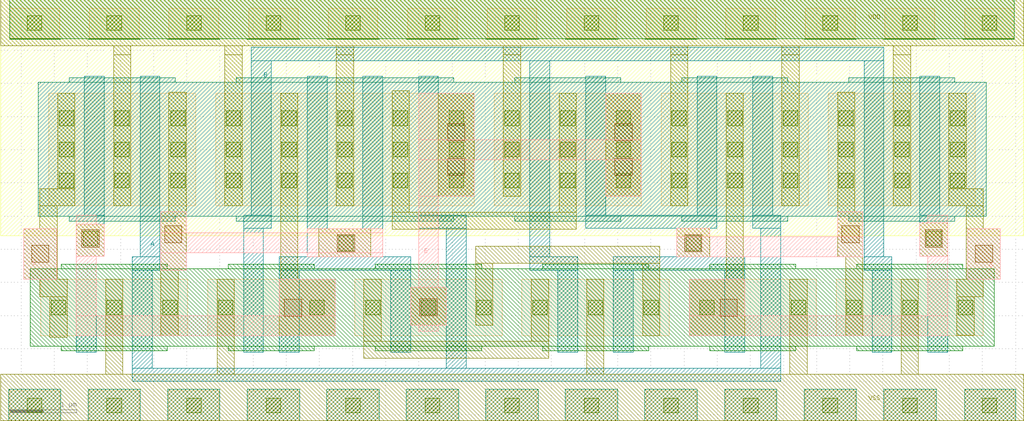
<source format=lef>
  X é 	   0 é 	   0  LIB  >A7KÆ§ð9D¸/ ZT é 	   0 é 	   0  gf180mcu_gp9t3v3__comp2_1         ,ÿÿÊ ÿÿÊ mÿÿA mÿÿA ÿÿÊ           ,ÿÿ
 )ÿÿ
 ëÿÿô ëÿÿô )ÿÿ
 )          ,ÿÿ¶ )ÿÿ¶ ëÿÿ¤ ëÿÿ¤ )ÿÿ¶ )          ,ÿÿf )ÿÿf ëÿÿT ëÿÿT )ÿÿf )          ,ÿÿ )ÿÿ ëÿÿ ëÿÿ )ÿÿ )          ,ÿÿÆ )ÿÿÆ ëÿÿ´ ëÿÿ´ )ÿÿÆ )          ,ÿÿ!v )ÿÿ!v ëÿÿ$d ëÿÿ$d )ÿÿ!v )          ,ÿÿ&& )ÿÿ&& ëÿÿ) ëÿÿ) )ÿÿ&& )          ,ÿÿ*Ö )ÿÿ*Ö ëÿÿ-Ä ëÿÿ-Ä )ÿÿ*Ö )          ,ÿÿ/ )ÿÿ/ ëÿÿ2t ëÿÿ2t )ÿÿ/ )          ,ÿÿ46 )ÿÿ46 ëÿÿ7$ ëÿÿ7$ )ÿÿ46 )          ,ÿÿ8æ )ÿÿ8æ ëÿÿ;Ô ëÿÿ;Ô )ÿÿ8æ )          ,ÿÿ Gÿÿ ëÿÿK ëÿÿK Gÿÿ G          ,ÿÿw Gÿÿw ëÿÿ ³ ëÿÿ ³ Gÿÿw G          ,ÿÿ!ß Gÿÿ!ß ëÿÿ* ëÿÿ* Gÿÿ!ß G          ,ÿÿ+· Gÿÿ+· ëÿÿ4c ëÿÿ4c Gÿÿ+· G          ,ÿÿ5 Gÿÿ5 ëÿÿ>; ëÿÿ>; Gÿÿ5 G          ,ÿÿ'  ÿÿ' ñÿÿÓ ñÿÿÓ  ÿÿ'            ,ÿÿÿ  ÿÿÿ ñÿÿ ñÿÿ  ÿÿÿ            ,ÿÿ«  ÿÿ« ñÿÿ"W ñÿÿ"W  ÿÿ«            ,ÿÿ#  ÿÿ# ñÿÿ,/ ñÿÿ,/  ÿÿ#            ,ÿÿ-[  ÿÿ-[ ñÿÿ4Û ñÿÿ4Û  ÿÿ-[            ,ÿÿ6  ÿÿ6 ñÿÿ>³ ñÿÿ>³  ÿÿ6            ,ÿÿ
  ûÿÿ
  ýaÿÿô  ýaÿÿô  ûÿÿ
  û          ,ÿÿ¶  ûÿÿ¶  ýaÿÿ¤  ýaÿÿ¤  ûÿÿ¶  û          ,ÿÿf  ûÿÿf  ýaÿÿT  ýaÿÿT  ûÿÿf  û          ,ÿÿ  ûÿÿ  ýaÿÿ  ýaÿÿ  ûÿÿ  û          ,ÿÿÆ  ûÿÿÆ  ýaÿÿ´  ýaÿÿ´  ûÿÿÆ  û          ,ÿÿ!v  ûÿÿ!v  ýaÿÿ$d  ýaÿÿ$d  ûÿÿ!v  û          ,ÿÿ&&  ûÿÿ&&  ýaÿÿ)  ýaÿÿ)  ûÿÿ&&  û          ,ÿÿ*Ö  ûÿÿ*Ö  ýaÿÿ-Ä  ýaÿÿ-Ä  ûÿÿ*Ö  û          ,ÿÿ/  ûÿÿ/  ýaÿÿ2t  ýaÿÿ2t  ûÿÿ/  û          ,ÿÿ46  ûÿÿ46  ýaÿÿ7$  ýaÿÿ7$  ûÿÿ46  û          ,ÿÿ8æ  ûÿÿ8æ  ýaÿÿ;Ô  ýaÿÿ;Ô  ûÿÿ8æ  û          ,ÿÿ
  ûÿÿ
  ýaÿÿô  ýaÿÿô  ûÿÿ
  û          ,ÿÿV  ûÿÿV  ýaÿÿD  ýaÿÿD  ûÿÿV  û          ,ÿÿV  ûÿÿV  ýaÿÿD  ýaÿÿD  ûÿÿV  û          ,ÿÿ=  ûÿÿ=  ýaÿÿ@  ýaÿÿ@  ûÿÿ=  û          ,ÿÿ=  ûÿÿ=  ýaÿÿ@  ýaÿÿ@  ûÿÿ=  û          ,ÿÿV )ÿÿV ëÿÿD ëÿÿD )ÿÿV )          ,ÿÿ= )ÿÿ= ëÿÿ@ ëÿÿ@ )ÿÿ= )          ,ÿÿ
 )ÿÿ
 ëÿÿô ëÿÿô )ÿÿ
 )          ,ÿÿ
 )ÿÿ
 ëÿÿô ëÿÿô )ÿÿ
 )          ,ÿÿ= )ÿÿ= ëÿÿ@ ëÿÿ@ )ÿÿ= )          ,ÿÿV )ÿÿV ëÿÿD ëÿÿD )ÿÿV )          ,ÿÿ=  ûÿÿ=  ýaÿÿ@  ýaÿÿ@  ûÿÿ=  û          ,ÿÿ=  ûÿÿ=  ýaÿÿ@  ýaÿÿ@  ûÿÿ=  û          ,ÿÿV  ûÿÿV  ýaÿÿD  ýaÿÿD  ûÿÿV  û          ,ÿÿV  ûÿÿV  ýaÿÿD  ýaÿÿD  ûÿÿV  û          ,ÿÿ
  ûÿÿ
  ýaÿÿô  ýaÿÿô  ûÿÿ
  û          ,ÿÿ8æ  ûÿÿ8æ  ýaÿÿ;Ô  ýaÿÿ;Ô  ûÿÿ8æ  û          ,ÿÿ46  ûÿÿ46  ýaÿÿ7$  ýaÿÿ7$  ûÿÿ46  û          ,ÿÿ/  ûÿÿ/  ýaÿÿ2t  ýaÿÿ2t  ûÿÿ/  û          ,ÿÿ*Ö  ûÿÿ*Ö  ýaÿÿ-Ä  ýaÿÿ-Ä  ûÿÿ*Ö  û          ,ÿÿ&&  ûÿÿ&&  ýaÿÿ)  ýaÿÿ)  ûÿÿ&&  û          ,ÿÿ!v  ûÿÿ!v  ýaÿÿ$d  ýaÿÿ$d  ûÿÿ!v  û          ,ÿÿÆ  ûÿÿÆ  ýaÿÿ´  ýaÿÿ´  ûÿÿÆ  û          ,ÿÿ  ûÿÿ  ýaÿÿ  ýaÿÿ  ûÿÿ  û          ,ÿÿf  ûÿÿf  ýaÿÿT  ýaÿÿT  ûÿÿf  û          ,ÿÿ¶  ûÿÿ¶  ýaÿÿ¤  ýaÿÿ¤  ûÿÿ¶  û          ,ÿÿ
  ûÿÿ
  ýaÿÿô  ýaÿÿô  ûÿÿ
  û          ,ÿÿ6  ÿÿ6 ñÿÿ>³ ñÿÿ>³  ÿÿ6            ,ÿÿ-[  ÿÿ-[ ñÿÿ4Û ñÿÿ4Û  ÿÿ-[            ,ÿÿ#  ÿÿ# ñÿÿ,/ ñÿÿ,/  ÿÿ#            ,ÿÿ«  ÿÿ« ñÿÿ"W ñÿÿ"W  ÿÿ«            ,ÿÿÿ  ÿÿÿ ñÿÿ ñÿÿ  ÿÿÿ            ,ÿÿ'  ÿÿ' ñÿÿÓ ñÿÿÓ  ÿÿ'            ,ÿÿ5 Gÿÿ5 ëÿÿ>; ëÿÿ>; Gÿÿ5 G          ,ÿÿ+· Gÿÿ+· ëÿÿ4c ëÿÿ4c Gÿÿ+· G          ,ÿÿ!ß Gÿÿ!ß ëÿÿ* ëÿÿ* Gÿÿ!ß G          ,ÿÿw Gÿÿw ëÿÿ ³ ëÿÿ ³ Gÿÿw G          ,ÿÿ Gÿÿ ëÿÿK ëÿÿK Gÿÿ G          ,ÿÿ8æ )ÿÿ8æ ëÿÿ;Ô ëÿÿ;Ô )ÿÿ8æ )          ,ÿÿ46 )ÿÿ46 ëÿÿ7$ ëÿÿ7$ )ÿÿ46 )          ,ÿÿ/ )ÿÿ/ ëÿÿ2t ëÿÿ2t )ÿÿ/ )          ,ÿÿ*Ö )ÿÿ*Ö ëÿÿ-Ä ëÿÿ-Ä )ÿÿ*Ö )          ,ÿÿ&& )ÿÿ&& ëÿÿ) ëÿÿ) )ÿÿ&& )          ,ÿÿ!v )ÿÿ!v ëÿÿ$d ëÿÿ$d )ÿÿ!v )          ,ÿÿÆ )ÿÿÆ ëÿÿ´ ëÿÿ´ )ÿÿÆ )          ,ÿÿ )ÿÿ ëÿÿ ëÿÿ )ÿÿ )          ,ÿÿf )ÿÿf ëÿÿT ëÿÿT )ÿÿf )          ,ÿÿ¶ )ÿÿ¶ ëÿÿ¤ ëÿÿ¤ )ÿÿ¶ )          ,ÿÿ
 )ÿÿ
 ëÿÿô ëÿÿô )ÿÿ
 )           ,ÿÿV ÿÿV mÿÿ@ mÿÿ@ ÿÿV            ,ÿÿ	ò ÿÿ	ò ÿÿ ÿÿ ÿÿ	ò            ,ÿÿ¢ ÿÿ¢ ÿÿ¸ ÿÿ¸ ÿÿ¢            ,ÿÿR ÿÿR ÿÿh ÿÿh ÿÿR            ,ÿÿ ÿÿ ÿÿ ÿÿ ÿÿ            ,ÿÿ² ÿÿ² ÿÿÈ ÿÿÈ ÿÿ²            ,ÿÿ!b ÿÿ!b ÿÿ$x ÿÿ$x ÿÿ!b            ,ÿÿ& ÿÿ& ÿÿ)( ÿÿ)( ÿÿ&            ,ÿÿ*Â ÿÿ*Â ÿÿ-Ø ÿÿ-Ø ÿÿ*Â            ,ÿÿ/r ÿÿ/r ÿÿ2 ÿÿ2 ÿÿ/r            ,ÿÿ4" ÿÿ4" ÿÿ78 ÿÿ78 ÿÿ4"            ,ÿÿ8Ò ÿÿ8Ò ÿÿ;è ÿÿ;è ÿÿ8Ò            ,ÿÿ] ÿÿ] ×ÿÿ ×ÿÿ ÿÿ]            ,ÿÿ5 ÿÿ5 ×ÿÿI ×ÿÿI ÿÿ5            ,ÿÿá ÿÿá ×ÿÿ!! ×ÿÿ!! ÿÿá            ,ÿÿ$¹ ÿÿ$¹ ×ÿÿ*ù ×ÿÿ*ù ÿÿ$¹            ,ÿÿ. ÿÿ. ×ÿÿ3¥ ×ÿÿ3¥ ÿÿ.            ,ÿÿ7= ÿÿ7= ×ÿÿ=} ×ÿÿ=} ÿÿ7=            ,ÿÿ  ÿÿÿÿ ÿÿ?S ÿÿ?S  ÿÿÿÿ  ÿÿ           ,ÿÿ]  ÿ¹ÿÿ]  ÿÿÿÿ  ÿÿÿÿ  ÿ¹ÿÿ]  ÿ¹           ,ÿÿ5  ÿ¹ÿÿ5  ÿÿÿÿI  ÿÿÿÿI  ÿ¹ÿÿ5  ÿ¹           ,ÿÿá  ÿ¹ÿÿá  ÿÿÿÿ!!  ÿÿÿÿ!!  ÿ¹ÿÿá  ÿ¹           ,ÿÿ$¹  ÿ¹ÿÿ$¹  ÿÿÿÿ*ù  ÿÿÿÿ*ù  ÿ¹ÿÿ$¹  ÿ¹           ,ÿÿ.  ÿ¹ÿÿ.  ÿÿÿÿ3¥  ÿÿÿÿ3¥  ÿ¹ÿÿ.  ÿ¹           ,ÿÿ7=  ÿ¹ÿÿ7=  ÿÿÿÿ=}  ÿÿÿÿ=}  ÿ¹ÿÿ7=  ÿ¹           ,ÿÿV ÿÿV ÿÿX ÿÿX ÿÿV            ,ÿÿ= ÿÿ= ÿÿ@ ÿÿ@ ÿÿ=            ,ÿÿ	ò ÿÿ	ò ÿÿ ÿÿ ÿÿ	ò            ,ÿÿ	ò ÿÿ	ò ÿÿ ÿÿ ÿÿ	ò            ,ÿÿ= ÿÿ= ÿÿ@ ÿÿ@ ÿÿ=            ,ÿÿV ÿÿV ÿÿX ÿÿX ÿÿV            ,ÿÿ7=  ÿ¹ÿÿ7=  ÿÿÿÿ=}  ÿÿÿÿ=}  ÿ¹ÿÿ7=  ÿ¹           ,ÿÿ.  ÿ¹ÿÿ.  ÿÿÿÿ3¥  ÿÿÿÿ3¥  ÿ¹ÿÿ.  ÿ¹           ,ÿÿ$¹  ÿ¹ÿÿ$¹  ÿÿÿÿ*ù  ÿÿÿÿ*ù  ÿ¹ÿÿ$¹  ÿ¹           ,ÿÿá  ÿ¹ÿÿá  ÿÿÿÿ!!  ÿÿÿÿ!!  ÿ¹ÿÿá  ÿ¹           ,ÿÿ5  ÿ¹ÿÿ5  ÿÿÿÿI  ÿÿÿÿI  ÿ¹ÿÿ5  ÿ¹           ,ÿÿ]  ÿ¹ÿÿ]  ÿÿÿÿ  ÿÿÿÿ  ÿ¹ÿÿ]  ÿ¹           ,ÿÿ  ÿÿÿÿ ÿÿ?S ÿÿ?S  ÿÿÿÿ  ÿÿ           ,ÿÿ7= ÿÿ7= ×ÿÿ=} ×ÿÿ=} ÿÿ7=            ,ÿÿ. ÿÿ. ×ÿÿ3¥ ×ÿÿ3¥ ÿÿ.            ,ÿÿ$¹ ÿÿ$¹ ×ÿÿ*ù ×ÿÿ*ù ÿÿ$¹            ,ÿÿá ÿÿá ×ÿÿ!! ×ÿÿ!! ÿÿá            ,ÿÿ5 ÿÿ5 ×ÿÿI ×ÿÿI ÿÿ5            ,ÿÿ] ÿÿ] ×ÿÿ ×ÿÿ ÿÿ]            ,ÿÿ8Ò ÿÿ8Ò ÿÿ;è ÿÿ;è ÿÿ8Ò            ,ÿÿ4" ÿÿ4" ÿÿ78 ÿÿ78 ÿÿ4"            ,ÿÿ/r ÿÿ/r ÿÿ2 ÿÿ2 ÿÿ/r            ,ÿÿ*Â ÿÿ*Â ÿÿ-Ø ÿÿ-Ø ÿÿ*Â            ,ÿÿ& ÿÿ& ÿÿ)( ÿÿ)( ÿÿ&            ,ÿÿ!b ÿÿ!b ÿÿ$x ÿÿ$x ÿÿ!b            ,ÿÿ² ÿÿ² ÿÿÈ ÿÿÈ ÿÿ²            ,ÿÿ ÿÿ ÿÿ ÿÿ ÿÿ            ,ÿÿR ÿÿR ÿÿh ÿÿh ÿÿR            ,ÿÿ¢ ÿÿ¢ ÿÿ¸ ÿÿ¸ ÿÿ¢            ,ÿÿ	ò ÿÿ	ò ÿÿ ÿÿ ÿÿ	ò            ,ÿÿV ÿÿV mÿÿ@ mÿÿ@ ÿÿV           ,ÿÿÕ ÿÿÕ Ñÿÿ Ñÿÿ ÿÿÕ           ,ÿÿ­ ÿÿ­ Ñÿÿ} Ñÿÿ} ÿÿ­           ,ÿÿ# ÿÿ# Ñÿÿ)U Ñÿÿ)U ÿÿ#           ,ÿÿ,í ÿÿ,í Ñÿÿ3- Ñÿÿ3- ÿÿ,í           ,ÿÿ6Å ÿÿ6Å Ñÿÿ= Ñÿÿ= ÿÿ6Å           ,ÿÿÿ §ÿÿÿ ÿÿ>Û ÿÿ>Û §ÿÿÿ §          ,ÿÿÕ aÿÿÕ §ÿÿ §ÿÿ aÿÿÕ a          ,ÿÿ­ aÿÿ­ §ÿÿ} §ÿÿ} aÿÿ­ a          ,ÿÿ# aÿÿ# §ÿÿ)U §ÿÿ)U aÿÿ# a          ,ÿÿ,í aÿÿ,í §ÿÿ3- §ÿÿ3- aÿÿ,í a          ,ÿÿ6Å aÿÿ6Å §ÿÿ= §ÿÿ= aÿÿ6Å a          ,ÿÿ¢  ûÿÿ¢  ýuÿÿ¸  ýuÿÿ¸  ûÿÿ¢  û          ,ÿÿ=  ûÿÿ=  ýuÿÿ@  ýuÿÿ@  ûÿÿ=  û          ,ÿÿR  ûÿÿR  ýuÿÿh  ýuÿÿh  ûÿÿR  û          ,ÿÿ  ûÿÿ  ýuÿÿ  ýuÿÿ  ûÿÿ  û          ,ÿÿ²  ûÿÿ²  ýuÿÿÈ  ýuÿÿÈ  ûÿÿ²  û          ,ÿÿ!b  ûÿÿ!b  ýuÿÿ$x  ýuÿÿ$x  ûÿÿ!b  û          ,ÿÿ&  ûÿÿ&  ýuÿÿ)(  ýuÿÿ)(  ûÿÿ&  û          ,ÿÿ*Â  ûÿÿ*Â  ýuÿÿ-Ø  ýuÿÿ-Ø  ûÿÿ*Â  û          ,ÿÿ/r  ûÿÿ/r  ýuÿÿ2  ýuÿÿ2  ûÿÿ/r  û          ,ÿÿ4"  ûÿÿ4"  ýuÿÿ78  ýuÿÿ78  ûÿÿ4"  û          ,ÿÿ8Ò  ûÿÿ8Ò  ýuÿÿ;è  ýuÿÿ;è  ûÿÿ8Ò  û          ,ÿÿ	ò  ûÿÿ	ò  ýuÿÿ  ýuÿÿ  ûÿÿ	ò  û          ,ÿÿB  ûÿÿB  ýuÿÿX  ýuÿÿX  ûÿÿB  û          ,ÿÿB  ûÿÿB  ýuÿÿX  ýuÿÿX  ûÿÿB  û          ,ÿÿ	ò  ûÿÿ	ò  ýuÿÿ  ýuÿÿ  ûÿÿ	ò  û          ,ÿÿ8Ò  ûÿÿ8Ò  ýuÿÿ;è  ýuÿÿ;è  ûÿÿ8Ò  û          ,ÿÿ4"  ûÿÿ4"  ýuÿÿ78  ýuÿÿ78  ûÿÿ4"  û          ,ÿÿ/r  ûÿÿ/r  ýuÿÿ2  ýuÿÿ2  ûÿÿ/r  û          ,ÿÿ*Â  ûÿÿ*Â  ýuÿÿ-Ø  ýuÿÿ-Ø  ûÿÿ*Â  û          ,ÿÿ&  ûÿÿ&  ýuÿÿ)(  ýuÿÿ)(  ûÿÿ&  û          ,ÿÿ!b  ûÿÿ!b  ýuÿÿ$x  ýuÿÿ$x  ûÿÿ!b  û          ,ÿÿ²  ûÿÿ²  ýuÿÿÈ  ýuÿÿÈ  ûÿÿ²  û          ,ÿÿ  ûÿÿ  ýuÿÿ  ýuÿÿ  ûÿÿ  û          ,ÿÿR  ûÿÿR  ýuÿÿh  ýuÿÿh  ûÿÿR  û          ,ÿÿ=  ûÿÿ=  ýuÿÿ@  ýuÿÿ@  ûÿÿ=  û          ,ÿÿ¢  ûÿÿ¢  ýuÿÿ¸  ýuÿÿ¸  ûÿÿ¢  û          ,ÿÿ6Å aÿÿ6Å §ÿÿ= §ÿÿ= aÿÿ6Å a          ,ÿÿ,í aÿÿ,í §ÿÿ3- §ÿÿ3- aÿÿ,í a          ,ÿÿ# aÿÿ# §ÿÿ)U §ÿÿ)U aÿÿ# a          ,ÿÿ­ aÿÿ­ §ÿÿ} §ÿÿ} aÿÿ­ a          ,ÿÿÕ aÿÿÕ §ÿÿ §ÿÿ aÿÿÕ a          ,ÿÿÿ §ÿÿÿ ÿÿ>Û ÿÿ>Û §ÿÿÿ §          ,ÿÿ6Å ÿÿ6Å Ñÿÿ= Ñÿÿ= ÿÿ6Å           ,ÿÿ,í ÿÿ,í Ñÿÿ3- Ñÿÿ3- ÿÿ,í           ,ÿÿ# ÿÿ# Ñÿÿ)U Ñÿÿ)U ÿÿ#           ,ÿÿ­ ÿÿ­ Ñÿÿ} Ñÿÿ} ÿÿ­           ,ÿÿÕ ÿÿÕ Ñÿÿ Ñÿÿ ÿÿÕ           ,ÿÿ Õÿÿ ÿÿ8× ÿÿ8× Õÿÿ Õ          ,ÿÿ	» »ÿÿ	» åÿÿ
ç åÿÿ
ç »ÿÿ	» »          ,ÿÿ	C Oÿÿ	C »ÿÿ
ç »ÿÿ
ç Oÿÿ	C O          ,ÿÿ	C  ÿ¥ÿÿ	C Oÿÿ
o Oÿÿ
o  ÿ¥ÿÿ	C  ÿ¥          ,ÿÿ Eÿÿ åÿÿ/ åÿÿ/ Eÿÿ E          ,ÿÿ »ÿÿ Õÿÿ¿ Õÿÿ¿ »ÿÿ »          ,ÿÿ }ÿÿ Eÿÿ/ Eÿÿ/ }ÿÿ }          ,ÿÿ óÿÿ »ÿÿ¿ »ÿÿ¿ óÿÿ ó          ,ÿÿ  þµÿÿ }ÿÿ· }ÿÿ·  þµÿÿ  þµ          ,ÿÿ  ÿ¥ÿÿ óÿÿG óÿÿG  ÿ¥ÿÿ  ÿ¥          ,ÿÿÛ îÿÿÛ åÿÿ åÿÿ îÿÿÛ î          ,ÿÿ# îÿÿ# åÿÿO åÿÿO îÿÿ# î          ,ÿÿk »ÿÿk åÿÿ åÿÿ »ÿÿk »          ,ÿÿk óÿÿk »ÿÿ ; »ÿÿ ; óÿÿk ó          ,ÿÿÛ EÿÿÛ îÿÿO îÿÿO EÿÿÛ E          ,ÿÿ7 }ÿÿ7 Eÿÿó Eÿÿó }ÿÿ7 }          ,ÿÿ7  ÿ¥ÿÿ7 }ÿÿc }ÿÿc  ÿ¥ÿÿ7  ÿ¥          ,ÿÿÇ  ÿ¥ÿÿÇ }ÿÿó }ÿÿó  ÿ¥ÿÿÇ  ÿ¥          ,ÿÿ  þµÿÿ óÿÿ ; óÿÿ ;  þµÿÿ  þµ          ,ÿÿ#û Eÿÿ#û Õÿÿ%' Õÿÿ%' Eÿÿ#û E          ,ÿÿ'C »ÿÿ'C åÿÿ(o åÿÿ(o »ÿÿ'C »          ,ÿÿ-Ó »ÿÿ-Ó åÿÿ.ÿ åÿÿ.ÿ »ÿÿ-Ó »          ,ÿÿ'C óÿÿ'C »ÿÿ.ÿ »ÿÿ.ÿ óÿÿ'C ó          ,ÿÿ1 »ÿÿ1 åÿÿ2G åÿÿ2G »ÿÿ1 »          ,ÿÿ1 óÿÿ1 »ÿÿ2¿ »ÿÿ2¿ óÿÿ1 ó          ,ÿÿ,¢ Eÿÿ,¢ óÿÿ. óÿÿ. Eÿÿ,¢ E          ,ÿÿ#û }ÿÿ#û Eÿÿ&Ë Eÿÿ&Ë }ÿÿ#û }          ,ÿÿ%  ÿ¥ÿÿ% }ÿÿ&Ë }ÿÿ&Ë  ÿ¥ÿÿ%  ÿ¥          ,ÿÿ(ç }ÿÿ(ç Eÿÿ0£ Eÿÿ0£ }ÿÿ(ç }          ,ÿÿ(ç  ÿ¥ÿÿ(ç }ÿÿ* }ÿÿ*  ÿ¥ÿÿ(ç  ÿ¥          ,ÿÿ/w  ÿ¥ÿÿ/w }ÿÿ0£ }ÿÿ0£  ÿ¥ÿÿ/w  ÿ¥          ,ÿÿ1  þµÿÿ1 óÿÿ2¿ óÿÿ2¿  þµÿÿ1  þµ          ,ÿÿ7« Eÿÿ7« Õÿÿ8× Õÿÿ8× Eÿÿ7« E          ,ÿÿ:ó »ÿÿ:ó åÿÿ< åÿÿ< »ÿÿ:ó »          ,ÿÿ:ó Oÿÿ:ó »ÿÿ< »ÿÿ< Oÿÿ:ó O          ,ÿÿ7« }ÿÿ7« Eÿÿ9O Eÿÿ9O }ÿÿ7« }          ,ÿÿ8#  ÿ¥ÿÿ8# }ÿÿ9O }ÿÿ9O  ÿ¥ÿÿ8#  ÿ¥          ,ÿÿ;k  ÿ¥ÿÿ;k Oÿÿ< Oÿÿ<  ÿ¥ÿÿ;k  ÿ¥          ,ÿÿ  ýíÿÿ  þµÿÿ2¿  þµÿÿ2¿  ýíÿÿ  ýí          ,ÿÿ  ýíÿÿ  þµÿÿ2¿  þµÿÿ2¿  ýíÿÿ  ýí          ,ÿÿ;k  ÿ¥ÿÿ;k Oÿÿ< Oÿÿ<  ÿ¥ÿÿ;k  ÿ¥          ,ÿÿ8#  ÿ¥ÿÿ8# }ÿÿ9O }ÿÿ9O  ÿ¥ÿÿ8#  ÿ¥          ,ÿÿ7« }ÿÿ7« Eÿÿ9O Eÿÿ9O }ÿÿ7« }          ,ÿÿ:ó Oÿÿ:ó »ÿÿ< »ÿÿ< Oÿÿ:ó O          ,ÿÿ:ó »ÿÿ:ó åÿÿ< åÿÿ< »ÿÿ:ó »          ,ÿÿ7« Eÿÿ7« Õÿÿ8× Õÿÿ8× Eÿÿ7« E          ,ÿÿ1  þµÿÿ1 óÿÿ2¿ óÿÿ2¿  þµÿÿ1  þµ          ,ÿÿ/w  ÿ¥ÿÿ/w }ÿÿ0£ }ÿÿ0£  ÿ¥ÿÿ/w  ÿ¥          ,ÿÿ(ç  ÿ¥ÿÿ(ç }ÿÿ* }ÿÿ*  ÿ¥ÿÿ(ç  ÿ¥          ,ÿÿ(ç }ÿÿ(ç Eÿÿ0£ Eÿÿ0£ }ÿÿ(ç }          ,ÿÿ%  ÿ¥ÿÿ% }ÿÿ&Ë }ÿÿ&Ë  ÿ¥ÿÿ%  ÿ¥          ,ÿÿ#û }ÿÿ#û Eÿÿ&Ë Eÿÿ&Ë }ÿÿ#û }          ,ÿÿ,¢ Eÿÿ,¢ óÿÿ. óÿÿ. Eÿÿ,¢ E          ,ÿÿ1 óÿÿ1 »ÿÿ2¿ »ÿÿ2¿ óÿÿ1 ó          ,ÿÿ1 »ÿÿ1 åÿÿ2G åÿÿ2G »ÿÿ1 »          ,ÿÿ'C óÿÿ'C »ÿÿ.ÿ »ÿÿ.ÿ óÿÿ'C ó          ,ÿÿ-Ó »ÿÿ-Ó åÿÿ.ÿ åÿÿ.ÿ »ÿÿ-Ó »          ,ÿÿ'C »ÿÿ'C åÿÿ(o åÿÿ(o »ÿÿ'C »          ,ÿÿ#û Eÿÿ#û Õÿÿ%' Õÿÿ%' Eÿÿ#û E          ,ÿÿ  þµÿÿ óÿÿ ; óÿÿ ;  þµÿÿ  þµ          ,ÿÿÇ  ÿ¥ÿÿÇ }ÿÿó }ÿÿó  ÿ¥ÿÿÇ  ÿ¥          ,ÿÿ7  ÿ¥ÿÿ7 }ÿÿc }ÿÿc  ÿ¥ÿÿ7  ÿ¥          ,ÿÿ7 }ÿÿ7 Eÿÿó Eÿÿó }ÿÿ7 }          ,ÿÿÛ EÿÿÛ îÿÿO îÿÿO EÿÿÛ E          ,ÿÿk óÿÿk »ÿÿ ; »ÿÿ ; óÿÿk ó          ,ÿÿk »ÿÿk åÿÿ åÿÿ »ÿÿk »          ,ÿÿ# îÿÿ# åÿÿO åÿÿO îÿÿ# î          ,ÿÿÛ îÿÿÛ åÿÿ åÿÿ îÿÿÛ î          ,ÿÿ  ÿ¥ÿÿ óÿÿG óÿÿG  ÿ¥ÿÿ  ÿ¥          ,ÿÿ  þµÿÿ }ÿÿ· }ÿÿ·  þµÿÿ  þµ          ,ÿÿ óÿÿ »ÿÿ¿ »ÿÿ¿ óÿÿ ó          ,ÿÿ }ÿÿ Eÿÿ/ Eÿÿ/ }ÿÿ }          ,ÿÿ »ÿÿ Õÿÿ¿ Õÿÿ¿ »ÿÿ »          ,ÿÿ Eÿÿ åÿÿ/ åÿÿ/ Eÿÿ E          ,ÿÿ	C  ÿ¥ÿÿ	C Oÿÿ
o Oÿÿ
o  ÿ¥ÿÿ	C  ÿ¥          ,ÿÿ	C Oÿÿ	C »ÿÿ
ç »ÿÿ
ç Oÿÿ	C O          ,ÿÿ	» »ÿÿ	» åÿÿ
ç åÿÿ
ç »ÿÿ	» »          ,ÿÿ Õÿÿ ÿÿ8× ÿÿ8× Õÿÿ Õ      !    ,ÿÿ" ÿÿ" xÿÿ#[ xÿÿ#[ ÿÿ"       !    ,ÿÿ" ÿÿ" Ýÿÿ#[ Ýÿÿ#[ ÿÿ"       !    ,ÿÿ" +ÿÿ" ÿÿ#[ ÿÿ#[ +ÿÿ" +      !    ,ÿÿ" 	Uÿÿ" 
1ÿÿ#[ 
1ÿÿ#[ 	Uÿÿ" 	U      !    ,ÿÿ"  üÿÿ"  üîÿÿ#[  üîÿÿ#[  üÿÿ"  ü      !    ,ÿÿ"  üÿÿ"  üîÿÿ#[  üîÿÿ#[  üÿÿ"  ü      !    ,ÿÿ" 	Uÿÿ" 
1ÿÿ#[ 
1ÿÿ#[ 	Uÿÿ" 	U      !    ,ÿÿ" +ÿÿ" ÿÿ#[ ÿÿ#[ +ÿÿ" +      !    ,ÿÿ" ÿÿ" Ýÿÿ#[ Ýÿÿ#[ ÿÿ"       !    ,ÿÿ" ÿÿ" xÿÿ#[ xÿÿ#[ ÿÿ"       !    ,ÿÿ/ ÿÿ/ Ýÿÿ0{ Ýÿÿ0{ ÿÿ/       !    ,ÿÿ2ç ÿÿ2ç Ýÿÿ3Ã Ýÿÿ3Ã ÿÿ2ç       !    ,ÿÿ6/ ÿÿ6/ Ýÿÿ7 Ýÿÿ7 ÿÿ6/       !    ,ÿÿ9w ÿÿ9w Ýÿÿ:S Ýÿÿ:S ÿÿ9w       !    ,ÿÿ<¿ ÿÿ<¿ Ýÿÿ= Ýÿÿ= ÿÿ<¿       !    ,ÿÿ+ß ÿÿ+ß xÿÿ,» xÿÿ,» ÿÿ+ß       !    ,ÿÿ%Ç +ÿÿ%Ç ÿÿ&£ ÿÿ&£ +ÿÿ%Ç +      !    ,ÿÿ) +ÿÿ) ÿÿ)ë ÿÿ)ë +ÿÿ) +      !    ,ÿÿ,W +ÿÿ,W ÿÿ-3 ÿÿ-3 +ÿÿ,W +      !    ,ÿÿ/ +ÿÿ/ ÿÿ0{ ÿÿ0{ +ÿÿ/ +      !    ,ÿÿ2ç +ÿÿ2ç ÿÿ3Ã ÿÿ3Ã +ÿÿ2ç +      !    ,ÿÿ6/ +ÿÿ6/ ÿÿ7 ÿÿ7 +ÿÿ6/ +      !    ,ÿÿ9w +ÿÿ9w ÿÿ:S ÿÿ:S +ÿÿ9w +      !    ,ÿÿ<¿ +ÿÿ<¿ ÿÿ= ÿÿ= +ÿÿ<¿ +      !    ,ÿÿ0 ÿÿ0 xÿÿ1k xÿÿ1k ÿÿ0       !    ,ÿÿ%Ç 	Uÿÿ%Ç 
1ÿÿ&£ 
1ÿÿ&£ 	Uÿÿ%Ç 	U      !    ,ÿÿ) 	Uÿÿ) 
1ÿÿ)ë 
1ÿÿ)ë 	Uÿÿ) 	U      !    ,ÿÿ,W 	Uÿÿ,W 
1ÿÿ-3 
1ÿÿ-3 	Uÿÿ,W 	U      !    ,ÿÿ/ 	Uÿÿ/ 
1ÿÿ0{ 
1ÿÿ0{ 	Uÿÿ/ 	U      !    ,ÿÿ2ç 	Uÿÿ2ç 
1ÿÿ3Ã 
1ÿÿ3Ã 	Uÿÿ2ç 	U      !    ,ÿÿ6/ 	Uÿÿ6/ 
1ÿÿ7 
1ÿÿ7 	Uÿÿ6/ 	U      !    ,ÿÿ9w 	Uÿÿ9w 
1ÿÿ:S 
1ÿÿ:S 	Uÿÿ9w 	U      !    ,ÿÿ<¿ 	Uÿÿ<¿ 
1ÿÿ= 
1ÿÿ= 	Uÿÿ<¿ 	U      !    ,ÿÿ5? ÿÿ5? xÿÿ6 xÿÿ6 ÿÿ5?       !    ,ÿÿ> ÿÿ> xÿÿ?{ xÿÿ?{ ÿÿ>       !    ,ÿÿ) 	Uÿÿ) 
1ÿÿ)ë 
1ÿÿ)ë 	Uÿÿ) 	U      !    ,ÿÿ%Ç 	Uÿÿ%Ç 
1ÿÿ&£ 
1ÿÿ&£ 	Uÿÿ%Ç 	U      !    ,ÿÿ0 ÿÿ0 xÿÿ1k xÿÿ1k ÿÿ0       !    ,ÿÿ<¿ +ÿÿ<¿ ÿÿ= ÿÿ= +ÿÿ<¿ +      !    ,ÿÿ9w +ÿÿ9w ÿÿ:S ÿÿ:S +ÿÿ9w +      !    ,ÿÿ6/ +ÿÿ6/ ÿÿ7 ÿÿ7 +ÿÿ6/ +      !    ,ÿÿ2ç +ÿÿ2ç ÿÿ3Ã ÿÿ3Ã +ÿÿ2ç +      !    ,ÿÿ/ +ÿÿ/ ÿÿ0{ ÿÿ0{ +ÿÿ/ +      !    ,ÿÿ,W +ÿÿ,W ÿÿ-3 ÿÿ-3 +ÿÿ,W +      !    ,ÿÿ) +ÿÿ) ÿÿ)ë ÿÿ)ë +ÿÿ) +      !    ,ÿÿ%Ç +ÿÿ%Ç ÿÿ&£ ÿÿ&£ +ÿÿ%Ç +      !    ,ÿÿ+ß ÿÿ+ß xÿÿ,» xÿÿ,» ÿÿ+ß       !    ,ÿÿ<¿ ÿÿ<¿ Ýÿÿ= Ýÿÿ= ÿÿ<¿       !    ,ÿÿ9w ÿÿ9w Ýÿÿ:S Ýÿÿ:S ÿÿ9w       !    ,ÿÿ6/ ÿÿ6/ Ýÿÿ7 Ýÿÿ7 ÿÿ6/       !    ,ÿÿ2ç ÿÿ2ç Ýÿÿ3Ã Ýÿÿ3Ã ÿÿ2ç       !    ,ÿÿ/ ÿÿ/ Ýÿÿ0{ Ýÿÿ0{ ÿÿ/       !    ,ÿÿ,W ÿÿ,W Ýÿÿ-3 Ýÿÿ-3 ÿÿ,W       !    ,ÿÿ) ÿÿ) Ýÿÿ)ë Ýÿÿ)ë ÿÿ)       !    ,ÿÿ%Ç ÿÿ%Ç Ýÿÿ&£ Ýÿÿ&£ ÿÿ%Ç       !    ,ÿÿ'/ ÿÿ'/ xÿÿ( xÿÿ( ÿÿ'/       !    ,ÿÿ9ï ÿÿ9ï xÿÿ:Ë xÿÿ:Ë ÿÿ9ï       !    ,ÿÿ9ï ÿÿ9ï xÿÿ:Ë xÿÿ:Ë ÿÿ9ï       !    ,ÿÿ'/ ÿÿ'/ xÿÿ( xÿÿ( ÿÿ'/       !    ,ÿÿ%Ç ÿÿ%Ç Ýÿÿ&£ Ýÿÿ&£ ÿÿ%Ç       !    ,ÿÿ) ÿÿ) Ýÿÿ)ë Ýÿÿ)ë ÿÿ)       !    ,ÿÿ,W ÿÿ,W Ýÿÿ-3 Ýÿÿ-3 ÿÿ,W       !    ,ÿÿ> ÿÿ> xÿÿ?{ xÿÿ?{ ÿÿ>       !    ,ÿÿ5? ÿÿ5? xÿÿ6 xÿÿ6 ÿÿ5?       !    ,ÿÿ<¿ 	Uÿÿ<¿ 
1ÿÿ= 
1ÿÿ= 	Uÿÿ<¿ 	U      !    ,ÿÿ9w 	Uÿÿ9w 
1ÿÿ:S 
1ÿÿ:S 	Uÿÿ9w 	U      !    ,ÿÿ6/ 	Uÿÿ6/ 
1ÿÿ7 
1ÿÿ7 	Uÿÿ6/ 	U      !    ,ÿÿ2ç 	Uÿÿ2ç 
1ÿÿ3Ã 
1ÿÿ3Ã 	Uÿÿ2ç 	U      !    ,ÿÿ/ 	Uÿÿ/ 
1ÿÿ0{ 
1ÿÿ0{ 	Uÿÿ/ 	U      !    ,ÿÿ,W 	Uÿÿ,W 
1ÿÿ-3 
1ÿÿ-3 	Uÿÿ,W 	U      !    ,ÿÿ7 ÿÿ7 Ýÿÿ  Ýÿÿ  ÿÿ7       !    ,ÿÿ¿ ÿÿ¿ xÿÿ xÿÿ ÿÿ¿       !    ,ÿÿo ÿÿo xÿÿK xÿÿK ÿÿo       !    ,ÿÿ ÿÿ xÿÿû xÿÿû ÿÿ       !    ,ÿÿÏ ÿÿÏ xÿÿ« xÿÿ« ÿÿÏ       !    ,ÿÿ ÿÿ xÿÿë xÿÿë ÿÿ       !    ,ÿÿ? 	Uÿÿ? 
1ÿÿ	 
1ÿÿ	 	Uÿÿ? 	U      !    ,ÿÿ 	Uÿÿ 
1ÿÿc 
1ÿÿc 	Uÿÿ 	U      !    ,ÿÿÏ 	UÿÿÏ 
1ÿÿ« 
1ÿÿ« 	UÿÿÏ 	U      !    ,ÿÿ 	Uÿÿ 
1ÿÿó 
1ÿÿó 	Uÿÿ 	U      !    ,ÿÿ_ 	Uÿÿ_ 
1ÿÿ; 
1ÿÿ; 	Uÿÿ_ 	U      !    ,ÿÿ§ 	Uÿÿ§ 
1ÿÿ 
1ÿÿ 	Uÿÿ§ 	U      !    ,ÿÿï 	Uÿÿï 
1ÿÿË 
1ÿÿË 	Uÿÿï 	U      !    ,ÿÿ7 	Uÿÿ7 
1ÿÿ  
1ÿÿ  	Uÿÿ7 	U      !    ,ÿÿ? ÿÿ? Ýÿÿ	 Ýÿÿ	 ÿÿ?       !    ,ÿÿ ÿÿ Ýÿÿc Ýÿÿc ÿÿ       !    ,ÿÿÏ ÿÿÏ Ýÿÿ« Ýÿÿ« ÿÿÏ       !    ,ÿÿ ÿÿ Ýÿÿó Ýÿÿó ÿÿ       !    ,ÿÿ? +ÿÿ? ÿÿ	 ÿÿ	 +ÿÿ? +      !    ,ÿÿ +ÿÿ ÿÿc ÿÿc +ÿÿ +      !    ,ÿÿÏ +ÿÿÏ ÿÿ« ÿÿ« +ÿÿÏ +      !    ,ÿÿ +ÿÿ ÿÿó ÿÿó +ÿÿ +      !    ,ÿÿ_ +ÿÿ_ ÿÿ; ÿÿ; +ÿÿ_ +      !    ,ÿÿ ÿÿ xÿÿë xÿÿë ÿÿ       !    ,ÿÿï +ÿÿï ÿÿË ÿÿË +ÿÿï +      !    ,ÿÿ_ ÿÿ_ xÿÿ; xÿÿ; ÿÿ_       !    ,ÿÿ§ +ÿÿ§ ÿÿ ÿÿ +ÿÿ§ +      !    ,ÿÿ_ +ÿÿ_ ÿÿ; ÿÿ; +ÿÿ_ +      !    ,ÿÿ +ÿÿ ÿÿó ÿÿó +ÿÿ +      !    ,ÿÿÏ +ÿÿÏ ÿÿ« ÿÿ« +ÿÿÏ +      !    ,ÿÿ +ÿÿ ÿÿc ÿÿc +ÿÿ +      !    ,ÿÿ? +ÿÿ? ÿÿ	 ÿÿ	 +ÿÿ? +      !    ,ÿÿ ÿÿ Ýÿÿó Ýÿÿó ÿÿ       !    ,ÿÿÏ ÿÿÏ Ýÿÿ« Ýÿÿ« ÿÿÏ       !    ,ÿÿ ÿÿ Ýÿÿc Ýÿÿc ÿÿ       !    ,ÿÿ? ÿÿ? Ýÿÿ	 Ýÿÿ	 ÿÿ?       !    ,ÿÿ7 	Uÿÿ7 
1ÿÿ  
1ÿÿ  	Uÿÿ7 	U      !    ,ÿÿï 	Uÿÿï 
1ÿÿË 
1ÿÿË 	Uÿÿï 	U      !    ,ÿÿ§ 	Uÿÿ§ 
1ÿÿ 
1ÿÿ 	Uÿÿ§ 	U      !    ,ÿÿ_ 	Uÿÿ_ 
1ÿÿ; 
1ÿÿ; 	Uÿÿ_ 	U      !    ,ÿÿ 	Uÿÿ 
1ÿÿó 
1ÿÿó 	Uÿÿ 	U      !    ,ÿÿÏ 	UÿÿÏ 
1ÿÿ« 
1ÿÿ« 	UÿÿÏ 	U      !    ,ÿÿ 	Uÿÿ 
1ÿÿc 
1ÿÿc 	Uÿÿ 	U      !    ,ÿÿ? 	Uÿÿ? 
1ÿÿ	 
1ÿÿ	 	Uÿÿ? 	U      !    ,ÿÿ ÿÿ xÿÿë xÿÿë ÿÿ       !    ,ÿÿÏ ÿÿÏ xÿÿ« xÿÿ« ÿÿÏ       !    ,ÿÿ ÿÿ xÿÿû xÿÿû ÿÿ       !    ,ÿÿo ÿÿo xÿÿK xÿÿK ÿÿo       !    ,ÿÿ¿ ÿÿ¿ xÿÿ xÿÿ ÿÿ¿       !    ,ÿÿ7 ÿÿ7 Ýÿÿ  Ýÿÿ  ÿÿ7       !    ,ÿÿï ÿÿï ÝÿÿË ÝÿÿË ÿÿï       !    ,ÿÿ§ ÿÿ§ Ýÿÿ Ýÿÿ ÿÿ§       !    ,ÿÿ_ ÿÿ_ Ýÿÿ; Ýÿÿ; ÿÿ_       !    ,ÿÿ7 +ÿÿ7 ÿÿ  ÿÿ  +ÿÿ7 +      !    ,ÿÿ§ +ÿÿ§ ÿÿ ÿÿ +ÿÿ§ +      !    ,ÿÿ_ ÿÿ_ xÿÿ; xÿÿ; ÿÿ_       !    ,ÿÿï +ÿÿï ÿÿË ÿÿË +ÿÿï +      !    ,ÿÿ ÿÿ xÿÿë xÿÿë ÿÿ       !    ,ÿÿ7 +ÿÿ7 ÿÿ  ÿÿ  +ÿÿ7 +      !    ,ÿÿ_ ÿÿ_ Ýÿÿ; Ýÿÿ; ÿÿ_       !    ,ÿÿ§ ÿÿ§ Ýÿÿ Ýÿÿ ÿÿ§       !    ,ÿÿï ÿÿï ÝÿÿË ÝÿÿË ÿÿï       !    ,ÿÿ  üÿÿ  üîÿÿë  üîÿÿë  üÿÿ  ü      !    ,ÿÿ_  üÿÿ_  üîÿÿ;  üîÿÿ;  üÿÿ_  ü      !    ,ÿÿ_  üÿÿ_  üîÿÿ;  üîÿÿ;  üÿÿ_  ü      !    ,ÿÿ¶ ¤ÿÿ¶ ÿÿ ÿÿ ¤ÿÿ¶ ¤      !    ,ÿÿÇ ÚÿÿÇ ¶ÿÿ£ ¶ÿÿ£ ÚÿÿÇ Ú      !    ,ÿÿ Úÿÿ ¶ÿÿë ¶ÿÿë Úÿÿ Ú      !    ,ÿÿW ÚÿÿW ¶ÿÿ3 ¶ÿÿ3 ÚÿÿW Ú      !    ,ÿÿ Úÿÿ ¶ÿÿ{ ¶ÿÿ{ Úÿÿ Ú      !    ,ÿÿ Úÿÿ ¶ÿÿß ¶ÿÿß Úÿÿ Ú      !    ,ÿÿK ÚÿÿK ¶ÿÿ' ¶ÿÿ' ÚÿÿK Ú      !    ,ÿÿ Úÿÿ ¶ÿÿo ¶ÿÿo Úÿÿ Ú      !    ,ÿÿ Û Úÿÿ Û ¶ÿÿ!· ¶ÿÿ!· Úÿÿ Û Ú      !    ,ÿÿ  üÿÿ  üîÿÿë  üîÿÿë  üÿÿ  ü      !    ,ÿÿ¿  üÿÿ¿  üîÿÿ  üîÿÿ  üÿÿ¿  ü      !    ,ÿÿo  üÿÿo  üîÿÿK  üîÿÿK  üÿÿo  ü      !    ,ÿÿ Úÿÿ ¶ÿÿë ¶ÿÿë Úÿÿ Ú      !    ,ÿÿÇ ÚÿÿÇ ¶ÿÿ£ ¶ÿÿ£ ÚÿÿÇ Ú      !    ,ÿÿ¶ ¤ÿÿ¶ ÿÿ ÿÿ ¤ÿÿ¶ ¤      !    ,ÿÿ_  üÿÿ_  üîÿÿ;  üîÿÿ;  üÿÿ_  ü      !    ,ÿÿ_  üÿÿ_  üîÿÿ;  üîÿÿ;  üÿÿ_  ü      !    ,ÿÿ  üÿÿ  üîÿÿë  üîÿÿë  üÿÿ  ü      !    ,ÿÿ	§ êÿÿ	§ Æÿÿ
 Æÿÿ
 êÿÿ	§ ê      !    ,ÿÿÏ  üÿÿÏ  üîÿÿ«  üîÿÿ«  üÿÿÏ  ü      !    ,ÿÿ  üÿÿ  üîÿÿû  üîÿÿû  üÿÿ  ü      !    ,ÿÿo  üÿÿo  üîÿÿK  üîÿÿK  üÿÿo  ü      !    ,ÿÿ¿  üÿÿ¿  üîÿÿ  üîÿÿ  üÿÿ¿  ü      !    ,ÿÿ  üÿÿ  üîÿÿë  üîÿÿë  üÿÿ  ü      !    ,ÿÿ Û Úÿÿ Û ¶ÿÿ!· ¶ÿÿ!· Úÿÿ Û Ú      !    ,ÿÿ Úÿÿ ¶ÿÿo ¶ÿÿo Úÿÿ Ú      !    ,ÿÿK ÚÿÿK ¶ÿÿ' ¶ÿÿ' ÚÿÿK Ú      !    ,ÿÿ Úÿÿ ¶ÿÿß ¶ÿÿß Úÿÿ Ú      !    ,ÿÿ Úÿÿ ¶ÿÿ{ ¶ÿÿ{ Úÿÿ Ú      !    ,ÿÿW ÚÿÿW ¶ÿÿ3 ¶ÿÿ3 ÚÿÿW Ú      !    ,ÿÿ  üÿÿ  üîÿÿû  üîÿÿû  üÿÿ  ü      !    ,ÿÿÏ  üÿÿÏ  üîÿÿ«  üîÿÿ«  üÿÿÏ  ü      !    ,ÿÿ	§ êÿÿ	§ Æÿÿ
 Æÿÿ
 êÿÿ	§ ê      !    ,ÿÿ6§ Úÿÿ6§ ¶ÿÿ7 ¶ÿÿ7 Úÿÿ6§ Ú      !    ,ÿÿ3_ Úÿÿ3_ ¶ÿÿ4; ¶ÿÿ4; Úÿÿ3_ Ú      !    ,ÿÿ9ï  üÿÿ9ï  üîÿÿ:Ë  üîÿÿ:Ë  üÿÿ9ï  ü      !    ,ÿÿ5?  üÿÿ5?  üîÿÿ6  üîÿÿ6  üÿÿ5?  ü      !    ,ÿÿ0  üÿÿ0  üîÿÿ1k  üîÿÿ1k  üÿÿ0  ü      !    ,ÿÿ+ß  üÿÿ+ß  üîÿÿ,»  üîÿÿ,»  üÿÿ+ß  ü      !    ,ÿÿ'/  üÿÿ'/  üîÿÿ(  üîÿÿ(  üÿÿ'/  ü      !    ,ÿÿ-û Úÿÿ-û ¶ÿÿ.× ¶ÿÿ.× Úÿÿ-û Ú      !    ,ÿÿ*³ Úÿÿ*³ ¶ÿÿ+ ¶ÿÿ+ Úÿÿ*³ Ú      !    ,ÿÿ'k Úÿÿ'k ¶ÿÿ(G ¶ÿÿ(G Úÿÿ'k Ú      !    ,ÿÿ$# Úÿÿ$# ¶ÿÿ$ÿ ¶ÿÿ$ÿ Úÿÿ$# Ú      !    ,ÿÿ6§ Úÿÿ6§ ¶ÿÿ7 ¶ÿÿ7 Úÿÿ6§ Ú      !    ,ÿÿ9ï Úÿÿ9ï ¶ÿÿ:Ë ¶ÿÿ:Ë Úÿÿ9ï Ú      !    ,ÿÿ>  üÿÿ>  üîÿÿ?{  üîÿÿ?{  üÿÿ>  ü      !    ,ÿÿ>  üÿÿ>  üîÿÿ?{  üîÿÿ?{  üÿÿ>  ü      !    ,ÿÿ=7 Úÿÿ=7 ¶ÿÿ> ¶ÿÿ> Úÿÿ=7 Ú      !    ,ÿÿ-. ¤ÿÿ-. ÿÿ.
 ÿÿ.
 ¤ÿÿ-. ¤      !    ,ÿÿ;W êÿÿ;W Æÿÿ<3 Æÿÿ<3 êÿÿ;W ê      !    ,ÿÿ$# Úÿÿ$# ¶ÿÿ$ÿ ¶ÿÿ$ÿ Úÿÿ$# Ú      !    ,ÿÿ'k Úÿÿ'k ¶ÿÿ(G ¶ÿÿ(G Úÿÿ'k Ú      !    ,ÿÿ*³ Úÿÿ*³ ¶ÿÿ+ ¶ÿÿ+ Úÿÿ*³ Ú      !    ,ÿÿ-û Úÿÿ-û ¶ÿÿ.× ¶ÿÿ.× Úÿÿ-û Ú      !    ,ÿÿ'/  üÿÿ'/  üîÿÿ(  üîÿÿ(  üÿÿ'/  ü      !    ,ÿÿ+ß  üÿÿ+ß  üîÿÿ,»  üîÿÿ,»  üÿÿ+ß  ü      !    ,ÿÿ0  üÿÿ0  üîÿÿ1k  üîÿÿ1k  üÿÿ0  ü      !    ,ÿÿ5?  üÿÿ5?  üîÿÿ6  üîÿÿ6  üÿÿ5?  ü      !    ,ÿÿ9ï  üÿÿ9ï  üîÿÿ:Ë  üîÿÿ:Ë  üÿÿ9ï  ü      !    ,ÿÿ3_ Úÿÿ3_ ¶ÿÿ4; ¶ÿÿ4; Úÿÿ3_ Ú      !    ,ÿÿ;W êÿÿ;W Æÿÿ<3 Æÿÿ<3 êÿÿ;W ê      !    ,ÿÿ-. ¤ÿÿ-. ÿÿ.
 ÿÿ.
 ¤ÿÿ-. ¤      !    ,ÿÿ=7 Úÿÿ=7 ¶ÿÿ> ¶ÿÿ> Úÿÿ=7 Ú      !    ,ÿÿ>  üÿÿ>  üîÿÿ?{  üîÿÿ?{  üÿÿ>  ü      !    ,ÿÿ>  üÿÿ>  üîÿÿ?{  üîÿÿ?{  üÿÿ>  ü      !    ,ÿÿ9ï Úÿÿ9ï ¶ÿÿ:Ë ¶ÿÿ:Ë Úÿÿ9ï Ú      "    ,ÿÿ îÿÿ Gÿÿ! Gÿÿ! îÿÿ î      "    ,ÿÿK ñÿÿK ëÿÿO ëÿÿO ñÿÿK ñ      "    ,ÿÿ"k Øÿÿ"k /ÿÿ#o /ÿÿ#o Øÿÿ"k Ø      "    ,ÿÿÛ äÿÿÛ èÿÿ&· èÿÿ&· äÿÿÛ ä      "    ,ÿÿ Ç áÿÿ Ç åÿÿ+£ åÿÿ+£ áÿÿ Ç á      "    ,ÿÿ2  ÿKÿÿ2  Oÿÿ%  Oÿÿ%  ÿKÿÿ2  ÿK      "    ,ÿÿ/ ñÿÿ/ ëÿÿ0 ëÿÿ0 ñÿÿ/ ñ      "    ,ÿÿ=¯ îÿÿ=¯ Gÿÿ>³ Gÿÿ>³ îÿÿ=¯ î      "    ,ÿÿÊ  ûÿÿÊ  þ[ÿÿA  þ[ÿÿA  ûÿÿÊ  û      "    ,ÿÿ=¯ îÿÿ=¯ Gÿÿ>³ Gÿÿ>³ îÿÿ=¯ î      "    ,ÿÿ/ ñÿÿ/ ëÿÿ0 ëÿÿ0 ñÿÿ/ ñ      "    ,ÿÿ2  ÿKÿÿ2  Oÿÿ%  Oÿÿ%  ÿKÿÿ2  ÿK      "    ,ÿÿ Ç áÿÿ Ç åÿÿ+£ åÿÿ+£ áÿÿ Ç á      "    ,ÿÿÛ äÿÿÛ èÿÿ&· èÿÿ&· äÿÿÛ ä      "    ,ÿÿ"k Øÿÿ"k ±ÿÿ#o ±ÿÿ#o Øÿÿ"k Ø      "    ,ÿÿK ñÿÿK ëÿÿO ëÿÿO ñÿÿK ñ      "    ,ÿÿ îÿÿ Gÿÿ! Gÿÿ! îÿÿ î      "    ,ÿÿÊ ±ÿÿÊ mÿÿA mÿÿA ±ÿÿÊ ±      "    ,ÿÿ6 íÿÿ6 úÿÿ7 úÿÿ7 íÿÿ6 í      "    ,ÿÿ%³ èÿÿ%³ ëÿÿ&· ëÿÿ&· èÿÿ%³ è      "    ,ÿÿ%³ èÿÿ%³ ëÿÿ&· ëÿÿ&· èÿÿ%³ è      "    ,ÿÿ6 íÿÿ6 úÿÿ7 úÿÿ7 íÿÿ6 í      "    ,ÿÿÛ èÿÿÛ ÿÿß ÿÿß èÿÿÛ è      "    ,ÿÿÛ èÿÿÛ ÿÿß ÿÿß èÿÿÛ è      "    ,ÿÿ¶ íÿÿ¶ úÿÿº úÿÿº íÿÿ¶ í      "    ,ÿÿ¶ íÿÿ¶ úÿÿº úÿÿº íÿÿ¶ í      "    ,ÿÿ,C Gÿÿ,C /ÿÿ-G /ÿÿ-G Gÿÿ,C G      "    ,ÿÿ(o Øÿÿ(o ëÿÿ* ëÿÿ* Øÿÿ(o Ø      "    ,ÿÿ9c Gÿÿ9c /ÿÿ:g /ÿÿ:g Gÿÿ9c G      "    ,ÿÿ<« 	Kÿÿ<« ëÿÿ=¯ ëÿÿ=¯ 	Kÿÿ<« 	K      "    ,ÿÿ2Ó Gÿÿ2Ó /ÿÿ3× /ÿÿ3× Gÿÿ2Ó G      "    ,ÿÿ2Ó Gÿÿ2Ó ±ÿÿ3× ±ÿÿ3× Gÿÿ2Ó G      "    ,ÿÿ9c Gÿÿ9c ±ÿÿ:g ±ÿÿ:g Gÿÿ9c G      "    ,ÿÿ<« Gÿÿ<« 	Kÿÿ>³ 	Kÿÿ>³ Gÿÿ<« G      "    ,ÿÿ<« 	Kÿÿ<« ëÿÿ=¯ ëÿÿ=¯ 	Kÿÿ<« 	K      "    ,ÿÿ<« Gÿÿ<« 	Kÿÿ>³ 	Kÿÿ>³ Gÿÿ<« G      "    ,ÿÿ(o Øÿÿ(o ëÿÿ* ëÿÿ* Øÿÿ(o Ø      "    ,ÿÿ,C Gÿÿ,C ±ÿÿ-G ±ÿÿ-G Gÿÿ,C G      "    ,ÿÿ Øÿÿ ëÿÿ ³ ëÿÿ ³ Øÿÿ Ø      "    ,ÿÿ Gÿÿ /ÿÿ /ÿÿ Gÿÿ G      "    ,ÿÿ Gÿÿ ±ÿÿ ±ÿÿ Gÿÿ G      "    ,ÿÿ& 	Kÿÿ& ëÿÿ	* ëÿÿ	* 	Kÿÿ& 	K      "    ,ÿÿs Gÿÿs /ÿÿw /ÿÿw Gÿÿs G      "    ,ÿÿ Gÿÿ /ÿÿ /ÿÿ Gÿÿ G      "    ,ÿÿ Øÿÿ ëÿÿ ³ ëÿÿ ³ Øÿÿ Ø      "    ,ÿÿ Gÿÿ ±ÿÿ ±ÿÿ Gÿÿ G      "    ,ÿÿs Gÿÿs ±ÿÿw ±ÿÿw Gÿÿs G      "    ,ÿÿ Gÿÿ 	Kÿÿ	* 	Kÿÿ	* Gÿÿ G      "    ,ÿÿ& 	Kÿÿ& ëÿÿ	* ëÿÿ	* 	Kÿÿ& 	K      "    ,ÿÿ Gÿÿ 	Kÿÿ	* 	Kÿÿ	* Gÿÿ G      "    ,ÿÿ> }ÿÿ> íÿÿº íÿÿº }ÿÿ> }      "    ,ÿÿ> }ÿÿ> íÿÿº íÿÿº }ÿÿ> }      "    ,ÿÿ2  Oÿÿ2 ñÿÿ6 ñÿÿ6  Oÿÿ2  O      "    ,ÿÿ Eÿÿ îÿÿ îÿÿ Eÿÿ E      "    ,ÿÿó ?ÿÿó yÿÿ yÿÿ ?ÿÿó ?      "    ,ÿÿ Ç ?ÿÿ Ç áÿÿ!Ë áÿÿ!Ë ?ÿÿ Ç ?      "    ,ÿÿ
û  þ[ÿÿ
û ñÿÿÿ ñÿÿÿ  þ[ÿÿ
û  þ[      "    ,ÿÿ>  ÿÿ> }ÿÿB }ÿÿB  ÿÿ>        "    ,ÿÿ	C Oÿÿ	C /ÿÿ
ç /ÿÿ
ç Oÿÿ	C O      "    ,ÿÿ( ñÿÿ( îÿÿ! îÿÿ! ñÿÿ( ñ      "    ,ÿÿ Eÿÿ îÿÿ îÿÿ Eÿÿ E      "    ,ÿÿ íÿÿ ñÿÿ· ñÿÿ· íÿÿ í      "    ,ÿÿ>  ÿÿ> }ÿÿB }ÿÿB  ÿÿ>        "    ,ÿÿ
û  þ[ÿÿ
û ñÿÿÿ ñÿÿÿ  þ[ÿÿ
û  þ[      "    ,ÿÿ³  ÿÿ³ íÿÿ· íÿÿ·  ÿÿ³        "    ,ÿÿ íÿÿ ñÿÿ· ñÿÿ· íÿÿ í      "    ,ÿÿ³  ÿÿ³ íÿÿ· íÿÿ·  ÿÿ³        "    ,ÿÿ	C Oÿÿ	C /ÿÿ
ç /ÿÿ
ç Oÿÿ	C O      "    ,ÿÿ( ñÿÿ( îÿÿ! îÿÿ! ñÿÿ( ñ      "    ,ÿÿ  þ[ÿÿ ñÿÿ ñÿÿ  þ[ÿÿ  þ[      "    ,ÿÿ Ç ?ÿÿ Ç áÿÿ!Ë áÿÿ!Ë ?ÿÿ Ç ?      "    ,ÿÿó ?ÿÿó yÿÿ yÿÿ ?ÿÿó ?      "    ,ÿÿ2  Oÿÿ2 ñÿÿ6 ñÿÿ6  Oÿÿ2  O      "    ,ÿÿ7  ÿÿ7 ñÿÿ ñÿÿ  ÿÿ7        "    ,ÿÿ  þ[ÿÿ ñÿÿ ñÿÿ  þ[ÿÿ  þ[      "    ,ÿÿ7  ÿÿ7 ñÿÿ ñÿÿ  ÿÿ7        "    ,ÿÿ6 Eÿÿ6 íÿÿ7 íÿÿ7 Eÿÿ6 E      "    ,ÿÿ6 Eÿÿ6 íÿÿ7 íÿÿ7 Eÿÿ6 E      "    ,ÿÿ=¯ ñÿÿ=¯ îÿÿ?² îÿÿ?² ñÿÿ=¯ ñ      "    ,ÿÿ6  ÿÿ6 Eÿÿ7 Eÿÿ7  ÿÿ6        "    ,ÿÿ3K  þ[ÿÿ3K ñÿÿ4O ñÿÿ4O  þ[ÿÿ3K  þ[      "    ,ÿÿ-[  ÿÿ-[ ñÿÿ0£ ñÿÿ0£  ÿÿ-[        "    ,ÿÿ'R  þ[ÿÿ'R ñÿÿ(V ñÿÿ(V  þ[ÿÿ'R  þ[      "    ,ÿÿ:ó Oÿÿ:ó Hÿÿ< Hÿÿ< Oÿÿ:ó O      "    ,ÿÿ:ó Oÿÿ:ó Hÿÿ< Hÿÿ< Oÿÿ:ó O      "    ,ÿÿ*  ÿÿ* áÿÿ+£ áÿÿ+£  ÿÿ*        "    ,ÿÿ-[  ÿÿ-[ ñÿÿ0£ ñÿÿ0£  ÿÿ-[        "    ,ÿÿ3K  þ[ÿÿ3K ñÿÿ4O ñÿÿ4O  þ[ÿÿ3K  þ[      "    ,ÿÿ6  ÿÿ6 Eÿÿ7 Eÿÿ7  ÿÿ6        "    ,ÿÿ=¯ ñÿÿ=¯ îÿÿ?² îÿÿ?² ñÿÿ=¯ ñ      "    ,ÿÿ9Û  þ[ÿÿ9Û ñÿÿ:ß ñÿÿ:ß  þ[ÿÿ9Û  þ[      "    ,ÿÿ*  ÿÿ* áÿÿ+£ áÿÿ+£  ÿÿ*        "    ,ÿÿ'R  þ[ÿÿ'R ñÿÿ(V ñÿÿ(V  þ[ÿÿ'R  þ[      "    ,ÿÿ=# íÿÿ=# ñÿÿ>³ ñÿÿ>³ íÿÿ=# í      "    ,ÿÿ$  Oÿÿ$ ñÿÿ% ñÿÿ%  Oÿÿ$  O      "    ,ÿÿ=#  ¤ÿÿ=# íÿÿ>' íÿÿ>'  ¤ÿÿ=#  ¤      "    ,ÿÿ$  Oÿÿ$ ñÿÿ% ñÿÿ%  Oÿÿ$  O      "    ,ÿÿ,¢ Eÿÿ,¢ óÿÿ. óÿÿ. Eÿÿ,¢ E      "    ,ÿÿ=#  ¤ÿÿ=# íÿÿ>' íÿÿ>'  ¤ÿÿ=#  ¤      "    ,ÿÿ=# íÿÿ=# ñÿÿ>³ ñÿÿ>³ íÿÿ=# í      "    ,ÿÿ,¢ Eÿÿ,¢ óÿÿ. óÿÿ. Eÿÿ,¢ E      "    ,ÿÿ9Û  þ[ÿÿ9Û ñÿÿ:ß ñÿÿ:ß  þ[ÿÿ9Û  þ[      #    ,ÿÿ# ÿÿ# ÿÿ ' ÿÿ ' ÿÿ#       #    ,ÿÿ(û ÿÿ(û ÿÿ)ÿ ÿÿ)ÿ ÿÿ(û       #    ,ÿÿ# 
ÿÿ# ÿÿ ' ÿÿ ' 
ÿÿ# 
      #    ,ÿÿ(û 
ÿÿ(û ÿÿ)ÿ ÿÿ)ÿ 
ÿÿ(û 
      #    ,ÿÿ  ðÿÿ  ôÿÿ¤ ôÿÿ¤ ðÿÿ  ð      #    ,ÿÿ	 Öÿÿ	 Úÿÿ
 Úÿÿ
 Öÿÿ	 Ö      #    ,ÿÿu ÿÿu ÿÿy ÿÿy ÿÿu       #    ,ÿÿ¢ ÿÿ¢ ÿÿ¦ ÿÿ¦ ÿÿ¢       #    ,ÿÿ- ÿÿ- ÿÿ. ÿÿ. ÿÿ-       #    ,ÿÿ6\ ÿÿ6\ ÿÿ7` ÿÿ7` ÿÿ6\       #    ,ÿÿ;C Öÿÿ;C Úÿÿ<G Úÿÿ<G Öÿÿ;C Ö      #    ,ÿÿ>; ðÿÿ>; ôÿÿ?? ôÿÿ?? ðÿÿ>; ð      #    ,ÿÿ Áÿÿ Åÿÿ Åÿÿ Áÿÿ Á      #    ,ÿÿ Ëÿÿ Ïÿÿ Ïÿÿ Ëÿÿ Ë      #    ,ÿÿ/1 Áÿÿ/1 Åÿÿ05 Åÿÿ05 Áÿÿ/1 Á      #    ,ÿÿ/1 Áÿÿ/1 Åÿÿ05 Åÿÿ05 Áÿÿ/1 Á      #    ,ÿÿ Ëÿÿ Ïÿÿ Ïÿÿ Ëÿÿ Ë      #    ,ÿÿ Áÿÿ Åÿÿ Åÿÿ Áÿÿ Á      #    ,ÿÿ>; ðÿÿ>; ôÿÿ?? ôÿÿ?? ðÿÿ>; ð      #    ,ÿÿ;C Öÿÿ;C Úÿÿ<G Úÿÿ<G Öÿÿ;C Ö      #    ,ÿÿ6\ ÿÿ6\ ÿÿ7` ÿÿ7` ÿÿ6\       #    ,ÿÿ- ÿÿ- ÿÿ. ÿÿ. ÿÿ-       #    ,ÿÿ¢ ÿÿ¢ ÿÿ¦ ÿÿ¦ ÿÿ¢       #    ,ÿÿu ÿÿu ÿÿy ÿÿy ÿÿu       #    ,ÿÿ	 Öÿÿ	 Úÿÿ
 Úÿÿ
 Öÿÿ	 Ö      #    ,ÿÿ  ðÿÿ  ôÿÿ¤ ôÿÿ¤ ðÿÿ  ð      #    ,ÿÿ(û 
ÿÿ(û ÿÿ)ÿ ÿÿ)ÿ 
ÿÿ(û 
      #    ,ÿÿ# 
ÿÿ# ÿÿ ' ÿÿ ' 
ÿÿ# 
      #    ,ÿÿ(û ÿÿ(û ÿÿ)ÿ ÿÿ)ÿ ÿÿ(û       #    ,ÿÿ# ÿÿ# ÿÿ ' ÿÿ ' ÿÿ#       $    ,ÿÿk *ÿÿk ëÿÿ ³ ëÿÿ ³ *ÿÿk *      $    ,ÿÿ(o *ÿÿ(o ëÿÿ* ëÿÿ* *ÿÿ(o *      $    ,ÿÿk 
þÿÿk *ÿÿ* *ÿÿ* 
þÿÿk 
þ      $    ,ÿÿk Øÿÿk 
þÿÿ ³ 
þÿÿ ³ Øÿÿk Ø      $    ,ÿÿ(o Øÿÿ(o 
þÿÿ* 
þÿÿ* Øÿÿ(o Ø      $    ,ÿÿ	C /ÿÿ	C »ÿÿ
o »ÿÿ
o /ÿÿ	C /      $    ,ÿÿ( ñÿÿ( îÿÿ îÿÿ ñÿÿ( ñ      $    ,ÿÿ	C Oÿÿ	C /ÿÿ
ç /ÿÿ
ç Oÿÿ	C O      $    ,ÿÿ> ²ÿÿ> íÿÿº íÿÿº ²ÿÿ> ²      $    ,ÿÿÛ ²ÿÿÛ îÿÿO îÿÿO ²ÿÿÛ ²      $    ,ÿÿ> ÿÿ> ²ÿÿO ²ÿÿO ÿÿ>       $    ,ÿÿ	C Ëÿÿ	C Oÿÿ
o Oÿÿ
o Ëÿÿ	C Ë      $    ,ÿÿ> }ÿÿ> ÿÿº ÿÿº }ÿÿ> }      $    ,ÿÿÛ EÿÿÛ ÿÿO ÿÿO EÿÿÛ E      $    ,ÿÿ7 Ëÿÿ7 ñÿÿ ñÿÿ Ëÿÿ7 Ë      $    ,ÿÿk yÿÿk Øÿÿ Øÿÿ yÿÿk y      $    ,ÿÿ,¢ qÿÿ,¢ óÿÿ. óÿÿ. qÿÿ,¢ q      $    ,ÿÿ6 qÿÿ6 íÿÿ7 íÿÿ7 qÿÿ6 q      $    ,ÿÿ;k Hÿÿ;k »ÿÿ< »ÿÿ< Hÿÿ;k H      $    ,ÿÿ,¢ Eÿÿ,¢ qÿÿ7 qÿÿ7 Eÿÿ,¢ E      $    ,ÿÿ:ó Oÿÿ:ó Hÿÿ< Hÿÿ< Oÿÿ:ó O      $    ,ÿÿ	C  ÿÿ	C Ëÿÿ Ëÿÿ  ÿÿ	C        $    ,ÿÿó ?ÿÿó yÿÿ yÿÿ ?ÿÿó ?      $    ,ÿÿ-[ Ëÿÿ-[ ñÿÿ0£ ñÿÿ0£ Ëÿÿ-[ Ë      $    ,ÿÿ;k Ëÿÿ;k Oÿÿ< Oÿÿ< Ëÿÿ;k Ë      $    ,ÿÿ=Ã ñÿÿ=Ã îÿÿ?² îÿÿ?² ñÿÿ=Ã ñ      $    ,ÿÿk  àÿÿk ?ÿÿ ?ÿÿ  àÿÿk  à      $    ,ÿÿ-[  ÿÿ-[ Ëÿÿ< Ëÿÿ<  ÿÿ-[        $    ,ÿÿ-[  ÿÿ-[ Ëÿÿ< Ëÿÿ<  ÿÿ-[        $    ,ÿÿk  àÿÿk ?ÿÿ ?ÿÿ  àÿÿk  à      $    ,ÿÿ=Ã ñÿÿ=Ã îÿÿ?² îÿÿ?² ñÿÿ=Ã ñ      $    ,ÿÿ;k Ëÿÿ;k Oÿÿ< Oÿÿ< Ëÿÿ;k Ë      $    ,ÿÿ-[ Ëÿÿ-[ ñÿÿ0£ ñÿÿ0£ Ëÿÿ-[ Ë      $    ,ÿÿó ?ÿÿó yÿÿ yÿÿ ?ÿÿó ?      $    ,ÿÿ	C  ÿÿ	C Ëÿÿ Ëÿÿ  ÿÿ	C        $    ,ÿÿ:ó Oÿÿ:ó Hÿÿ< Hÿÿ< Oÿÿ:ó O      $    ,ÿÿ,¢ Eÿÿ,¢ qÿÿ7 qÿÿ7 Eÿÿ,¢ E      $    ,ÿÿ;k Hÿÿ;k »ÿÿ< »ÿÿ< Hÿÿ;k H      $    ,ÿÿ6 qÿÿ6 íÿÿ7 íÿÿ7 qÿÿ6 q      $    ,ÿÿ,¢ qÿÿ,¢ óÿÿ. óÿÿ. qÿÿ,¢ q      $    ,ÿÿk yÿÿk Øÿÿ Øÿÿ yÿÿk y      $    ,ÿÿ7 Ëÿÿ7 ñÿÿ ñÿÿ Ëÿÿ7 Ë      $    ,ÿÿÛ EÿÿÛ ÿÿO ÿÿO EÿÿÛ E      $    ,ÿÿ> }ÿÿ> ÿÿº ÿÿº }ÿÿ> }      $    ,ÿÿ	C Ëÿÿ	C Oÿÿ
o Oÿÿ
o Ëÿÿ	C Ë      $    ,ÿÿ> ÿÿ> ²ÿÿO ²ÿÿO ÿÿ>       $    ,ÿÿÛ ²ÿÿÛ îÿÿO îÿÿO ²ÿÿÛ ²      $    ,ÿÿ> ²ÿÿ> íÿÿº íÿÿº ²ÿÿ> ²      $    ,ÿÿ	C Oÿÿ	C /ÿÿ
ç /ÿÿ
ç Oÿÿ	C O      $    ,ÿÿ( ñÿÿ( îÿÿ îÿÿ ñÿÿ( ñ      $    ,ÿÿ	C /ÿÿ	C »ÿÿ
o »ÿÿ
o /ÿÿ	C /      $    ,ÿÿ(o Øÿÿ(o 
þÿÿ* 
þÿÿ* Øÿÿ(o Ø      $    ,ÿÿk Øÿÿk 
þÿÿ ³ 
þÿÿ ³ Øÿÿk Ø      $    ,ÿÿk 
þÿÿk *ÿÿ* *ÿÿ* 
þÿÿk 
þ      $    ,ÿÿ(o *ÿÿ(o ëÿÿ* ëÿÿ* *ÿÿ(o *      $    ,ÿÿk *ÿÿk ëÿÿ ³ ëÿÿ ³ *ÿÿk *      $  
      @Y ÿÿ   L       $  
      @Y ÿÿ¶ J E       $  
      @Y ÿÿ? x G       "  
      @Iº^5?|ð ÿÿ7ì  VDD       "  
      @Iº^5?|ð ÿÿ7ì  ü¨ VSS         
 ÿÿ ¸ A         
 ÿÿB ® B         
 ÿÿB ® B         
 ÿÿ ¸ A       
</source>
